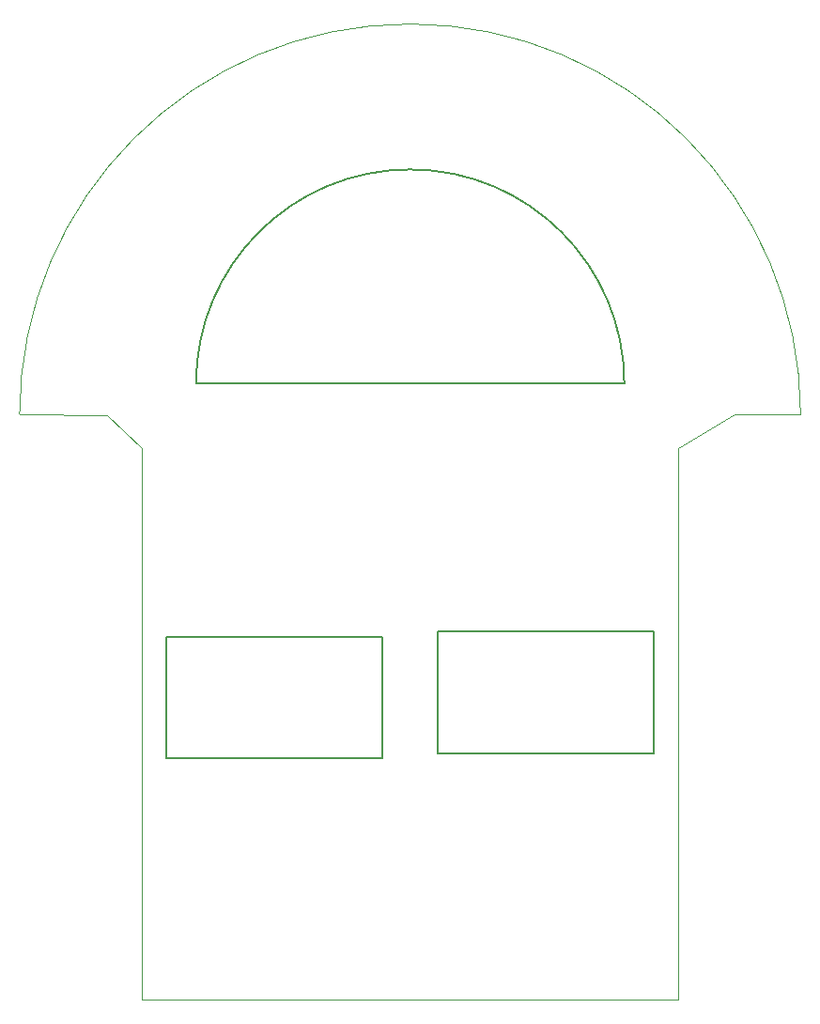
<source format=gm1>
G04 #@! TF.FileFunction,Profile,NP*
%FSLAX46Y46*%
G04 Gerber Fmt 4.6, Leading zero omitted, Abs format (unit mm)*
G04 Created by KiCad (PCBNEW 4.0.6) date 11/24/17 03:10:44*
%MOMM*%
%LPD*%
G01*
G04 APERTURE LIST*
%ADD10C,0.100000*%
%ADD11C,0.010000*%
%ADD12C,0.150000*%
G04 APERTURE END LIST*
D10*
D11*
X91412400Y-61766600D02*
X83562400Y-61746600D01*
X94592400Y-64746600D02*
X91412400Y-61766600D01*
D12*
X138072400Y-58956600D02*
X99466400Y-58942600D01*
X138074407Y-58958600D02*
G75*
G03X99466400Y-58942600I-19304007J0D01*
G01*
D11*
X148012400Y-61746600D02*
X153962400Y-61746600D01*
X142912400Y-64746600D02*
X148012400Y-61746600D01*
X153962400Y-61746600D02*
G75*
G03X83562400Y-61746600I-35200000J0D01*
G01*
X94592400Y-114466600D02*
X94592400Y-64746600D01*
X142912400Y-114466600D02*
X94592400Y-114466600D01*
X142912400Y-64746600D02*
X142912400Y-114466600D01*
D12*
X121252400Y-81276600D02*
X121252400Y-92276600D01*
X140750000Y-92275000D02*
X121250000Y-92275000D01*
X140752400Y-81276600D02*
X140752400Y-92276600D01*
X121250000Y-81275000D02*
X140750000Y-81275000D01*
X96775000Y-81775000D02*
X96775000Y-92750000D01*
X96775000Y-92750000D02*
X116275000Y-92750000D01*
X116275000Y-81775000D02*
X116275000Y-92750000D01*
X96775000Y-81775000D02*
X116275000Y-81775000D01*
M02*

</source>
